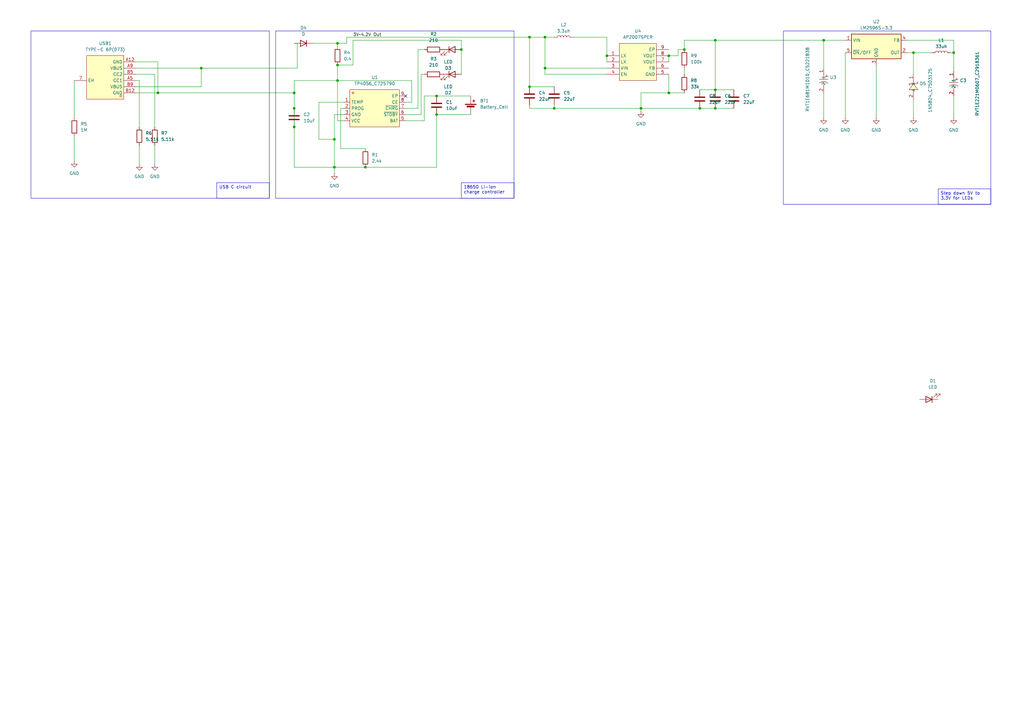
<source format=kicad_sch>
(kicad_sch (version 20231120) (generator "eeschema") (generator_version "8.0")
  (paper "A3")
  (lib_symbols
    (symbol "Device:Battery_Cell" (pin_numbers hide) (pin_names (offset 0) hide)
      (property "Reference" "BT" (at 2.54 2.54 0))
      (property "Value" "Battery_Cell" (at 2.54 0 0))
      (symbol "Battery_Cell_0_1"
        (rectangle (start -2.286 1.778) (end 2.286 1.524) (fill (type outline)))
        (rectangle (start -1.524 1.016) (end 1.524 0.508) (fill (type outline)))
        (polyline (pts (xy 0 0.762) (xy 0 0)))
        (polyline (pts (xy 0 1.778) (xy 0 2.54)))
        (polyline (pts (xy 0.762 3.048) (xy 1.778 3.048)) (stroke (width 0.254)))
        (polyline (pts (xy 1.27 3.556) (xy 1.27 2.54)) (stroke (width 0.254)))
      )
      (symbol "Battery_Cell_1_1"
        (pin passive line (at 0 5.08 270) (length 2.54) (name "+") (number "1"))
        (pin passive line (at 0 -2.54 90) (length 2.54) (name "-") (number "2"))
      )
    )
    (symbol "Device:C" (pin_numbers hide) (pin_names (offset 0.254))
      (property "Reference" "C" (at 0.635 2.54 0))
      (property "Value" "C" (at 0.635 -2.54 0))
      (symbol "C_0_1"
        (polyline (pts (xy -2.032 -0.762) (xy 2.032 -0.762)) (stroke (width 0.508)))
        (polyline (pts (xy -2.032 0.762) (xy 2.032 0.762)) (stroke (width 0.508)))
      )
      (symbol "C_1_1"
        (pin passive line (at 0 3.81 270) (length 2.794) (name "~") (number "1"))
        (pin passive line (at 0 -3.81 90) (length 2.794) (name "~") (number "2"))
      )
    )
    (symbol "Device:D" (pin_numbers hide) (pin_names (offset 1.016) hide)
      (property "Reference" "D" (at 0 2.54 0))
      (property "Value" "D" (at 0 -2.54 0))
      (symbol "D_0_1"
        (polyline (pts (xy -1.27 1.27) (xy -1.27 -1.27)) (stroke (width 0.254)))
        (polyline (pts (xy 1.27 0) (xy -1.27 0)))
        (polyline (pts (xy 1.27 1.27) (xy 1.27 -1.27) (xy -1.27 0) (xy 1.27 1.27)) (stroke (width 0.254)))
      )
      (symbol "D_1_1"
        (pin passive line (at -3.81 0 0) (length 2.54) (name "K") (number "1"))
        (pin passive line (at 3.81 0 180) (length 2.54) (name "A") (number "2"))
      )
    )
    (symbol "Device:L" (pin_numbers hide) (pin_names (offset 1.016) hide)
      (property "Reference" "L" (at -1.27 0 90))
      (property "Value" "L" (at 1.905 0 90))
      (symbol "L_0_1"
        (arc (start 0 -2.54) (mid 0.6323 -1.905) (end 0 -1.27))
        (arc (start 0 -1.27) (mid 0.6323 -0.635) (end 0 0))
        (arc (start 0 0) (mid 0.6323 0.635) (end 0 1.27))
        (arc (start 0 1.27) (mid 0.6323 1.905) (end 0 2.54))
      )
      (symbol "L_1_1"
        (pin passive line (at 0 3.81 270) (length 1.27) (name "1") (number "1"))
        (pin passive line (at 0 -3.81 90) (length 1.27) (name "2") (number "2"))
      )
    )
    (symbol "Device:LED" (pin_numbers hide) (pin_names (offset 1.016) hide)
      (property "Reference" "D" (at 0 2.54 0))
      (property "Value" "LED" (at 0 -2.54 0))
      (symbol "LED_0_1"
        (polyline (pts (xy -1.27 -1.27) (xy -1.27 1.27)) (stroke (width 0.254)))
        (polyline (pts (xy -1.27 0) (xy 1.27 0)))
        (polyline (pts (xy 1.27 -1.27) (xy 1.27 1.27) (xy -1.27 0) (xy 1.27 -1.27)) (stroke (width 0.254)))
        (polyline (pts (xy -3.048 -0.762) (xy -4.572 -2.286) (xy -3.81 -2.286) (xy -4.572 -2.286) (xy -4.572 -1.524)))
        (polyline (pts (xy -1.778 -0.762) (xy -3.302 -2.286) (xy -2.54 -2.286) (xy -3.302 -2.286) (xy -3.302 -1.524)))
      )
      (symbol "LED_1_1"
        (pin passive line (at -3.81 0 0) (length 2.54) (name "K") (number "1"))
        (pin passive line (at 3.81 0 180) (length 2.54) (name "A") (number "2"))
      )
    )
    (symbol "Device:R" (pin_numbers hide) (pin_names (offset 0))
      (property "Reference" "R" (at 2.032 0 90))
      (property "Value" "R" (at 0 0 90))
      (symbol "R_0_1"
        (rectangle (start -1.016 -2.54) (end 1.016 2.54) (stroke (width 0.254)))
      )
      (symbol "R_1_1"
        (pin passive line (at 0 3.81 270) (length 1.27) (name "~") (number "1"))
        (pin passive line (at 0 -3.81 90) (length 1.27) (name "~") (number "2"))
      )
    )
    (symbol "Regulator_Switching:LM2596S-3.3"
      (property "Reference" "U" (at -10.16 6.35 0))
      (property "Value" "LM2596S-3.3" (at 0 6.35 0))
      (symbol "LM2596S-3.3_0_1"
        (rectangle (start -10.16 5.08) (end 10.16 -5.08) (stroke (width 0.254)) (fill (type background)))
      )
      (symbol "LM2596S-3.3_1_1"
        (pin power_in line (at -12.7 2.54 0) (length 2.54) (name "VIN") (number "1"))
        (pin output line (at 12.7 -2.54 180) (length 2.54) (name "OUT") (number "2"))
        (pin power_in line (at 0 -7.62 90) (length 2.54) (name "GND") (number "3"))
        (pin input line (at 12.7 2.54 180) (length 2.54) (name "FB") (number "4"))
        (pin input line (at -12.7 -2.54 0) (length 2.54) (name "~{ON}/OFF") (number "5"))
      )
    )
    (symbol "easyeda2kicad:1N5824_C7503125"
      (property "Reference" "D" (at 0 5.08 0))
      (property "Value" "1N5824_C7503125" (at 0 -5.08 0))
      (symbol "1N5824_C7503125_0_1"
        (polyline (pts (xy -1.27 0) (xy -2.54 0)))
        (polyline (pts (xy 2.54 0) (xy 1.27 0)))
        (polyline (pts (xy 1.27 1.78) (xy -1.27 0) (xy 1.27 -1.78) (xy 1.27 1.78)) (fill (type background)))
        (polyline (pts (xy -1.78 1.27) (xy -1.78 1.78) (xy -1.27 1.78) (xy -1.27 -1.78) (xy -0.76 -1.78) (xy -0.76 -1.27)))
        (pin unspecified line (at -5.08 0 0) (length 2.54) (name "K") (number "1"))
        (pin unspecified line (at 5.08 0 180) (length 2.54) (name "A") (number "2"))
      )
    )
    (symbol "easyeda2kicad:AP2007SPER"
      (property "Reference" "U" (at 0 10.16 0))
      (property "Value" "AP2007SPER" (at 0 -10.16 0))
      (symbol "AP2007SPER_0_1"
        (rectangle (start -7.62 7.62) (end 7.62 -7.62) (fill (type background)))
        (pin unspecified line (at -12.7 2.54 0) (length 5.08) (name "LX") (number "1"))
        (pin unspecified line (at -12.7 0 0) (length 5.08) (name "LX") (number "2"))
        (pin unspecified line (at -12.7 -2.54 0) (length 5.08) (name "VIN") (number "3"))
        (pin unspecified line (at -12.7 -5.08 0) (length 5.08) (name "EN") (number "4"))
        (pin unspecified line (at 12.7 -5.08 180) (length 5.08) (name "GND") (number "5"))
        (pin unspecified line (at 12.7 -2.54 180) (length 5.08) (name "FB") (number "6"))
        (pin unspecified line (at 12.7 0 180) (length 5.08) (name "VOUT") (number "7"))
        (pin unspecified line (at 12.7 2.54 180) (length 5.08) (name "VOUT") (number "8"))
        (pin unspecified line (at 12.7 5.08 180) (length 5.08) (name "EP") (number "9"))
      )
    )
    (symbol "easyeda2kicad:RVT1E221M0607_C2918361"
      (property "Reference" "C" (at 0 5.08 0))
      (property "Value" "RVT1E221M0607_C2918361" (at 0 -5.08 0))
      (symbol "RVT1E221M0607_C2918361_0_1"
        (polyline (pts (xy -2.54 0) (xy -0.51 0)))
        (polyline (pts (xy -2.29 1.27) (xy -1.27 1.27)))
        (polyline (pts (xy -1.78 1.78) (xy -1.78 0.76)))
        (polyline (pts (xy -0.51 1.78) (xy -0.51 -1.78)))
        (polyline (pts (xy 0.51 0) (xy 2.54 0)))
        (arc (start 1.15 1.79) (mid 0.4221 0.024) (end 1.13 -1.75))
        (pin input line (at -5.08 0 0) (length 2.54) (name "1") (number "1"))
        (pin input line (at 5.08 0 180) (length 2.54) (name "2") (number "2"))
      )
    )
    (symbol "easyeda2kicad:RVT1E681M1010_C5221838"
      (property "Reference" "U" (at 0 5.08 0))
      (property "Value" "RVT1E681M1010_C5221838" (at 0 -5.08 0))
      (symbol "RVT1E681M1010_C5221838_0_1"
        (polyline (pts (xy -2.54 0) (xy -0.51 0)))
        (polyline (pts (xy -2.29 1.27) (xy -1.27 1.27)))
        (polyline (pts (xy -1.78 1.78) (xy -1.78 0.76)))
        (polyline (pts (xy -0.51 1.78) (xy -0.51 -1.78)))
        (polyline (pts (xy 0.51 0) (xy 2.54 0)))
        (arc (start 1.15 1.79) (mid 0.4221 0.024) (end 1.13 -1.75))
        (pin input line (at -5.08 0 0) (length 2.54) (name "1") (number "1"))
        (pin input line (at 5.08 0 180) (length 2.54) (name "2") (number "2"))
      )
    )
    (symbol "easyeda2kicad:TP4056_C725790"
      (property "Reference" "U" (at 0 10.16 0))
      (property "Value" "TP4056_C725790" (at 0 -10.16 0))
      (symbol "TP4056_C725790_0_1"
        (rectangle (start -10.16 7.62) (end 10.16 -7.62) (fill (type background)))
        (circle (center -8.89 6.35) (radius 0.38))
        (pin unspecified line (at -12.7 2.54 0) (length 2.54) (name "TEMP") (number "1"))
        (pin unspecified line (at -12.7 0 0) (length 2.54) (name "PROG") (number "2"))
        (pin unspecified line (at -12.7 -2.54 0) (length 2.54) (name "GND") (number "3"))
        (pin unspecified line (at -12.7 -5.08 0) (length 2.54) (name "VCC") (number "4"))
        (pin unspecified line (at 12.7 -5.08 180) (length 2.54) (name "BAT") (number "5"))
        (pin unspecified line (at 12.7 -2.54 180) (length 2.54) (name "~{STDBY}") (number "6"))
        (pin unspecified line (at 12.7 0 180) (length 2.54) (name "~{CHRG}") (number "7"))
        (pin unspecified line (at 12.7 2.54 180) (length 2.54) (name "CE") (number "8"))
        (pin unspecified line (at 12.7 5.08 180) (length 2.54) (name "EP") (number "9"))
      )
    )
    (symbol "easyeda2kicad:TYPE-C6P(073)"
      (property "Reference" "USB" (at 0 10.16 0))
      (property "Value" "TYPE-C 6P(073)" (at 0 -12.7 0))
      (symbol "TYPE-C6P(073)_0_1"
        (rectangle (start -7.62 7.62) (end 7.62 -10.16) (fill (type background)))
        (circle (center -6.35 6.35) (radius 0.38))
        (pin unspecified line (at 12.7 0 180) (length 5.08) (name "EH") (number "7"))
        (pin unspecified line (at -12.7 -7.62 0) (length 5.08) (name "GND") (number "A12"))
        (pin unspecified line (at -12.7 0 0) (length 5.08) (name "CC1") (number "A5"))
        (pin unspecified line (at -12.7 -5.08 0) (length 5.08) (name "VBUS") (number "A9"))
        (pin unspecified line (at -12.7 5.08 0) (length 5.08) (name "GND") (number "B12"))
        (pin unspecified line (at -12.7 -2.54 0) (length 5.08) (name "CC2") (number "B5"))
        (pin unspecified line (at -12.7 2.54 0) (length 5.08) (name "VBUS") (number "B9"))
      )
    )
    (symbol "power:GND" (power) (pin_numbers hide) (pin_names (offset 0) hide)
      (property "Value" "GND" (at 0 -3.81 0))
      (symbol "GND_0_1"
        (polyline (pts (xy 0 0) (xy 0 -1.27) (xy 1.27 -1.27) (xy 0 -2.54) (xy -1.27 -1.27) (xy 0 -1.27)))
      )
      (symbol "GND_1_1"
        (pin power_in line (at 0 0 270) (length 0) (name "~") (number "1"))
      )
    )
  )
  (junction (at 64.77 38.1))
  (junction (at 137.16 57.15))
  (junction (at 120.65 38.1))
  (junction (at 179.07 39.37))
  (junction (at 82.55 27.94))
  (junction (at 149.86 68.58))
  (junction (at 217.17 15.24))
  (junction (at 227.33 44.45))
  (junction (at 137.16 68.58))
  (junction (at 374.65 21.59))
  (junction (at 391.16 21.59))
  (junction (at 287.02 44.45))
  (junction (at 293.37 16.51))
  (junction (at 274.32 22.86))
  (junction (at 217.17 35.56))
  (junction (at 189.23 20.32))
  (junction (at 179.07 46.99))
  (junction (at 120.65 44.45))
  (junction (at 293.37 44.45))
  (junction (at 138.43 26.67))
  (junction (at 274.32 38.1))
  (junction (at 293.37 36.83))
  (junction (at 337.82 16.51))
  (junction (at 280.67 20.32))
  (junction (at 120.65 52.07))
  (junction (at 138.43 33.02))
  (junction (at 138.43 17.78))
  (junction (at 248.92 22.86))
  (junction (at 262.89 44.45))
  (junction (at 223.52 15.24))
  (junction (at 223.52 27.94))
  (no_connect (at 166.37 39.37))
  (wire (pts (xy 391.16 16.51) (xy 391.16 21.59)))
  (wire (pts (xy 139.7 44.45) (xy 139.7 60.96)))
  (wire (pts (xy 189.23 20.32) (xy 189.23 16.51)))
  (wire (pts (xy 372.11 16.51) (xy 391.16 16.51)))
  (wire (pts (xy 82.55 27.94) (xy 121.92 27.94)))
  (wire (pts (xy 372.11 21.59) (xy 374.65 21.59)))
  (wire (pts (xy 55.88 27.94) (xy 82.55 27.94)))
  (wire (pts (xy 166.37 44.45) (xy 171.45 44.45)))
  (wire (pts (xy 274.32 38.1) (xy 262.89 38.1)))
  (wire (pts (xy 144.78 26.67) (xy 138.43 26.67)))
  (wire (pts (xy 138.43 33.02) (xy 120.65 33.02)))
  (wire (pts (xy 140.97 44.45) (xy 139.7 44.45)))
  (wire (pts (xy 227.33 44.45) (xy 227.33 43.18)))
  (wire (pts (xy 189.23 16.51) (xy 144.78 16.51)))
  (wire (pts (xy 168.91 33.02) (xy 138.43 33.02)))
  (wire (pts (xy 391.16 29.21) (xy 391.16 21.59)))
  (wire (pts (xy 57.15 33.02) (xy 57.15 52.07)))
  (wire (pts (xy 193.04 39.37) (xy 179.07 39.37)))
  (wire (pts (xy 179.07 46.99) (xy 193.04 46.99)))
  (wire (pts (xy 142.24 17.78) (xy 142.24 15.24)))
  (wire (pts (xy 359.41 26.67) (xy 359.41 48.26)))
  (wire (pts (xy 391.16 21.59) (xy 389.89 21.59)))
  (wire (pts (xy 217.17 44.45) (xy 217.17 43.18)))
  (wire (pts (xy 64.77 38.1) (xy 120.65 38.1)))
  (wire (pts (xy 120.65 68.58) (xy 137.16 68.58)))
  (wire (pts (xy 55.88 25.4) (xy 64.77 25.4)))
  (wire (pts (xy 142.24 15.24) (xy 217.17 15.24)))
  (wire (pts (xy 63.5 30.48) (xy 63.5 52.07)))
  (wire (pts (xy 121.92 17.78) (xy 121.92 27.94)))
  (wire (pts (xy 55.88 35.56) (xy 82.55 35.56)))
  (wire (pts (xy 138.43 19.05) (xy 138.43 17.78)))
  (wire (pts (xy 166.37 41.91) (xy 168.91 41.91)))
  (wire (pts (xy 82.55 27.94) (xy 82.55 35.56)))
  (wire (pts (xy 120.65 44.45) (xy 120.65 52.07)))
  (wire (pts (xy 57.15 59.69) (xy 57.15 67.31)))
  (wire (pts (xy 189.23 20.32) (xy 189.23 30.48)))
  (wire (pts (xy 374.65 21.59) (xy 382.27 21.59)))
  (wire (pts (xy 179.07 46.99) (xy 179.07 68.58)))
  (wire (pts (xy 64.77 25.4) (xy 64.77 38.1)))
  (wire (pts (xy 274.32 22.86) (xy 278.13 22.86)))
  (wire (pts (xy 217.17 15.24) (xy 217.17 35.56)))
  (wire (pts (xy 120.65 38.1) (xy 120.65 44.45)))
  (wire (pts (xy 287.02 36.83) (xy 293.37 36.83)))
  (wire (pts (xy 142.24 17.78) (xy 138.43 17.78)))
  (wire (pts (xy 138.43 49.53) (xy 138.43 33.02)))
  (wire (pts (xy 248.92 22.86) (xy 248.92 15.24)))
  (wire (pts (xy 55.88 33.02) (xy 57.15 33.02)))
  (wire (pts (xy 172.72 30.48) (xy 173.99 30.48)))
  (wire (pts (xy 139.7 60.96) (xy 149.86 60.96)))
  (wire (pts (xy 227.33 15.24) (xy 223.52 15.24)))
  (wire (pts (xy 168.91 41.91) (xy 168.91 33.02)))
  (wire (pts (xy 179.07 68.58) (xy 149.86 68.58)))
  (wire (pts (xy 278.13 20.32) (xy 280.67 20.32)))
  (wire (pts (xy 337.82 16.51) (xy 337.82 27.94)))
  (wire (pts (xy 130.81 57.15) (xy 130.81 41.91)))
  (wire (pts (xy 248.92 22.86) (xy 248.92 25.4)))
  (wire (pts (xy 121.92 17.78) (xy 120.65 17.78)))
  (wire (pts (xy 248.92 27.94) (xy 223.52 27.94)))
  (wire (pts (xy 293.37 16.51) (xy 293.37 36.83)))
  (wire (pts (xy 130.81 57.15) (xy 137.16 57.15)))
  (wire (pts (xy 280.67 16.51) (xy 293.37 16.51)))
  (wire (pts (xy 120.65 52.07) (xy 120.65 68.58)))
  (wire (pts (xy 140.97 49.53) (xy 138.43 49.53)))
  (wire (pts (xy 217.17 15.24) (xy 223.52 15.24)))
  (wire (pts (xy 280.67 16.51) (xy 280.67 20.32)))
  (wire (pts (xy 179.07 39.37) (xy 173.99 39.37)))
  (wire (pts (xy 128.27 17.78) (xy 138.43 17.78)))
  (wire (pts (xy 346.71 21.59) (xy 346.71 48.26)))
  (wire (pts (xy 262.89 44.45) (xy 262.89 45.72)))
  (wire (pts (xy 262.89 44.45) (xy 287.02 44.45)))
  (wire (pts (xy 173.99 49.53) (xy 166.37 49.53)))
  (wire (pts (xy 274.32 22.86) (xy 274.32 25.4)))
  (wire (pts (xy 223.52 27.94) (xy 223.52 30.48)))
  (wire (pts (xy 293.37 36.83) (xy 300.99 36.83)))
  (wire (pts (xy 63.5 59.69) (xy 63.5 67.31)))
  (wire (pts (xy 144.78 16.51) (xy 144.78 26.67)))
  (wire (pts (xy 137.16 57.15) (xy 137.16 68.58)))
  (wire (pts (xy 337.82 16.51) (xy 346.71 16.51)))
  (wire (pts (xy 140.97 46.99) (xy 137.16 46.99)))
  (wire (pts (xy 262.89 38.1) (xy 262.89 44.45)))
  (wire (pts (xy 171.45 20.32) (xy 173.99 20.32)))
  (wire (pts (xy 173.99 39.37) (xy 173.99 49.53)))
  (wire (pts (xy 55.88 30.48) (xy 63.5 30.48)))
  (wire (pts (xy 149.86 68.58) (xy 137.16 68.58)))
  (wire (pts (xy 248.92 30.48) (xy 223.52 30.48)))
  (wire (pts (xy 30.48 55.88) (xy 30.48 66.04)))
  (wire (pts (xy 293.37 44.45) (xy 300.99 44.45)))
  (wire (pts (xy 130.81 41.91) (xy 140.97 41.91)))
  (wire (pts (xy 137.16 46.99) (xy 137.16 57.15)))
  (wire (pts (xy 374.65 40.64) (xy 374.65 48.26)))
  (wire (pts (xy 280.67 27.94) (xy 280.67 30.48)))
  (wire (pts (xy 55.88 38.1) (xy 64.77 38.1)))
  (wire (pts (xy 227.33 44.45) (xy 262.89 44.45)))
  (wire (pts (xy 223.52 15.24) (xy 223.52 27.94)))
  (wire (pts (xy 172.72 30.48) (xy 172.72 46.99)))
  (wire (pts (xy 278.13 22.86) (xy 278.13 20.32)))
  (wire (pts (xy 30.48 33.02) (xy 30.48 48.26)))
  (wire (pts (xy 120.65 33.02) (xy 120.65 38.1)))
  (wire (pts (xy 274.32 38.1) (xy 280.67 38.1)))
  (wire (pts (xy 137.16 68.58) (xy 137.16 71.12)))
  (wire (pts (xy 171.45 20.32) (xy 171.45 44.45)))
  (wire (pts (xy 274.32 30.48) (xy 274.32 38.1)))
  (wire (pts (xy 248.92 15.24) (xy 234.95 15.24)))
  (wire (pts (xy 138.43 33.02) (xy 138.43 26.67)))
  (wire (pts (xy 217.17 44.45) (xy 227.33 44.45)))
  (wire (pts (xy 337.82 38.1) (xy 337.82 48.26)))
  (wire (pts (xy 293.37 16.51) (xy 337.82 16.51)))
  (wire (pts (xy 391.16 39.37) (xy 391.16 48.26)))
  (wire (pts (xy 172.72 46.99) (xy 166.37 46.99)))
  (wire (pts (xy 287.02 44.45) (xy 293.37 44.45)))
  (wire (pts (xy 217.17 35.56) (xy 227.33 35.56)))
  (wire (pts (xy 374.65 21.59) (xy 374.65 30.48)))
  (rectangle (start 113.03 12.7) (end 210.82 81.28))
  (rectangle (start 321.31 12.7) (end 406.4 83.82))
  (rectangle (start 12.7 12.7) (end 110.49 81.28))
  (text_box "Step down 5V to 3.3V for LEDs" (at 384.81 77.47 0) (size 21.59 6.35) (effects (font (size 1.27 1.27)) (justify left top)))
  (text_box "18650 Li-ion charge controller" (at 189.23 74.93 0) (size 21.59 6.35) (effects (font (size 1.27 1.27)) (justify left top)))
  (text_box "USB C circuit" (at 88.9 74.93 0) (size 21.59 6.35) (effects (font (size 1.27 1.27)) (justify left top)))
  (label "3V~4.2V Out" (at 144.78 15.24 0))
  (symbol (lib_id "Device:Battery_Cell") (at 193.04 44.45 0) (unit 1)
    (property "Reference" "BT1" (at 196.85 41.3384 0) (effects (justify left)))
    (property "Value" "Battery_Cell" (at 196.85 43.8784 0) (effects (justify left)))
    (property "Description" "Single-cell battery" (effects (hide yes)))
  )
  (symbol (lib_id "easyeda2kicad:TYPE-C6P(073)") (at 43.18 33.02 180) (unit 1)
    (property "Reference" "USB1" (at 43.18 17.78 0))
    (property "Value" "TYPE-C 6P(073)" (at 43.18 20.32 0))
    (property "Footprint" "easyeda2kicad:TYPE-C-SMD_TYPE-C-6P_5" (effects (hide yes)))
    (property "Datasheet" "https://lcsc.com/product-detail/USB-Connectors_SHOU-HAN-TYPE-C-6P-073_C668623.html" (effects (hide yes)))
    (property "LCSC Part" "C668623" (effects (hide yes)))
  )
  (symbol (lib_id "Device:R") (at 280.67 24.13 0) (unit 1)
    (property "Reference" "R9" (at 283.21 22.8599 0) (effects (justify left)))
    (property "Value" "100k" (at 283.21 25.3999 0) (effects (justify left)))
    (property "Description" "Resistor" (effects (hide yes)))
  )
  (symbol (lib_id "Device:R") (at 57.15 55.88 0) (unit 1)
    (property "Reference" "R6" (at 59.69 54.6099 0) (effects (justify left)))
    (property "Value" "5.11k" (at 59.69 57.1499 0) (effects (justify left)))
    (property "Description" "Resistor" (effects (hide yes)))
  )
  (symbol (lib_id "Regulator_Switching:LM2596S-3.3") (at 359.41 19.05 0) (unit 1)
    (property "Reference" "U2" (at 359.41 8.89 0))
    (property "Value" "LM2596S-3.3" (at 359.41 11.43 0))
    (property "Footprint" "Package_TO_SOT_SMD:TO-263-5_TabPin3" (effects (hide yes)))
    (property "Datasheet" "http://www.ti.com/lit/ds/symlink/lm2596.pdf" (effects (hide yes)))
    (property "Description" "3.3V 3A Step-Down Voltage Regulator, TO-263" (effects (hide yes)))
  )
  (symbol (lib_id "Device:C") (at 120.65 48.26 0) (unit 1)
    (property "Reference" "C2" (at 124.46 46.9899 0) (effects (justify left)))
    (property "Value" "10uF" (at 124.46 49.5299 0) (effects (justify left)))
    (property "Description" "Unpolarized capacitor" (effects (hide yes)))
  )
  (symbol (lib_id "easyeda2kicad:TP4056_C725790") (at 153.67 44.45 0) (unit 1)
    (property "Reference" "U1" (at 153.67 31.75 0))
    (property "Value" "TP4056_C725790" (at 153.67 34.29 0))
    (property "Footprint" "easyeda2kicad:ESOP-8_L4.9-W3.9-P1.27-LS6.0-BL-EP" (effects (hide yes)))
    (property "Datasheet" "https://lcsc.com/product-detail/PMIC-Battery-Management_UMW-Youtai-Semiconductor-Co-Ltd-TP4056_C725790.html" (effects (hide yes)))
    (property "LCSC Part" "C725790" (effects (hide yes)))
  )
  (symbol (lib_id "easyeda2kicad:1N5824_C7503125") (at 374.65 35.56 270) (unit 1)
    (property "Reference" "D5" (at 377.19 34.2899 90) (effects (justify left)))
    (property "Value" "1N5824_C7503125" (at 381.508 27.94 0) (effects (justify left)))
    (property "Footprint" "easyeda2kicad:DO-27_BD5.3-L8.4-P12.40-D1.3-RD" (effects (hide yes)))
    (property "LCSC Part" "C7503125" (effects (hide yes)))
  )
  (symbol (lib_id "power:GND") (at 57.15 67.31 0) (unit 1)
    (property "Reference" "#PWR03" (effects (hide yes)))
    (property "Value" "GND" (at 57.15 72.39 0))
    (property "Description" "Power symbol creates a global label with name \"GND\" , ground" (effects (hide yes)))
  )
  (symbol (lib_id "power:GND") (at 374.65 48.26 0) (unit 1)
    (property "Reference" "#PWR09" (effects (hide yes)))
    (property "Value" "GND" (at 374.65 53.34 0))
    (property "Description" "Power symbol creates a global label with name \"GND\" , ground" (effects (hide yes)))
  )
  (symbol (lib_id "power:GND") (at 337.82 48.26 0) (unit 1)
    (property "Reference" "#PWR05" (effects (hide yes)))
    (property "Value" "GND" (at 337.82 53.34 0))
    (property "Description" "Power symbol creates a global label with name \"GND\" , ground" (effects (hide yes)))
  )
  (symbol (lib_id "power:GND") (at 63.5 67.31 0) (unit 1)
    (property "Reference" "#PWR04" (effects (hide yes)))
    (property "Value" "GND" (at 63.5 72.39 0))
    (property "Description" "Power symbol creates a global label with name \"GND\" , ground" (effects (hide yes)))
  )
  (symbol (lib_id "Device:R") (at 63.5 55.88 0) (unit 1)
    (property "Reference" "R7" (at 66.04 54.6099 0) (effects (justify left)))
    (property "Value" "5.11k" (at 66.04 57.1499 0) (effects (justify left)))
    (property "Description" "Resistor" (effects (hide yes)))
  )
  (symbol (lib_id "Device:LED") (at 185.42 20.32 0) (unit 1)
    (property "Reference" "D3" (at 183.8325 27.94 0))
    (property "Value" "LED" (at 183.8325 25.4 0))
    (property "Footprint" "LED_SMD:LED_0603_1608Metric" (effects (hide yes)))
    (property "Description" "Red Light emitting diode" (effects (hide yes)))
    (property "LCSC" "C84263" (effects (hide yes)))
  )
  (symbol (lib_id "Device:C") (at 217.17 39.37 0) (unit 1)
    (property "Reference" "C4" (at 220.98 38.0999 0) (effects (justify left)))
    (property "Value" "22uF" (at 220.98 40.6399 0) (effects (justify left)))
    (property "Description" "Unpolarized capacitor" (effects (hide yes)))
  )
  (symbol (lib_id "easyeda2kicad:RVT1E221M0607_C2918361") (at 391.16 34.29 270) (unit 1)
    (property "Reference" "C3" (at 393.7 33.0199 90) (effects (justify left)))
    (property "Value" "RVT1E221M0607_C2918361" (at 400.812 21.082 0) (effects (justify left)))
    (property "Footprint" "easyeda2kicad:CAP-SMD_BD6.3-L6.6-W6.6-LS7.4-FD" (effects (hide yes)))
    (property "LCSC Part" "C2918361" (effects (hide yes)))
  )
  (symbol (lib_id "Device:C") (at 293.37 40.64 0) (unit 1)
    (property "Reference" "C6" (at 297.18 39.3699 0) (effects (justify left)))
    (property "Value" "22uF" (at 297.18 41.9099 0) (effects (justify left)))
    (property "Description" "Unpolarized capacitor" (effects (hide yes)))
  )
  (symbol (lib_id "easyeda2kicad:AP2007SPER") (at 261.62 25.4 0) (unit 1)
    (property "Reference" "U4" (at 261.62 12.7 0))
    (property "Value" "AP2007SPER" (at 261.62 15.24 0))
    (property "Footprint" "easyeda2kicad:ESOP-8_L4.9-W3.9-P1.27-LS6.0-BL-EP" (effects (hide yes)))
    (property "Datasheet" "https://lcsc.com/product-detail/DC-DC-Converters_AP2007SPER_C130338.html" (effects (hide yes)))
    (property "LCSC Part" "C130338" (effects (hide yes)))
  )
  (symbol (lib_id "Device:C") (at 287.02 40.64 0) (unit 1)
    (property "Reference" "C8" (at 290.83 39.3699 0) (effects (justify left)))
    (property "Value" "22uF" (at 290.83 41.9099 0) (effects (justify left)))
    (property "Description" "Unpolarized capacitor" (effects (hide yes)))
  )
  (symbol (lib_id "Device:R") (at 280.67 34.29 0) (unit 1)
    (property "Reference" "R8" (at 283.21 33.0199 0) (effects (justify left)))
    (property "Value" "33k" (at 283.21 35.5599 0) (effects (justify left)))
    (property "Description" "Resistor" (effects (hide yes)))
  )
  (symbol (lib_id "Device:LED") (at 185.42 30.48 0) (unit 1)
    (property "Reference" "D2" (at 183.8325 38.1 0))
    (property "Value" "LED" (at 183.8325 35.56 0))
    (property "Footprint" "LED_SMD:LED_0603_1608Metric" (effects (hide yes)))
    (property "Description" "Green Light emitting diode" (effects (hide yes)))
    (property "LCSC" "C22371297" (effects (hide yes)))
  )
  (symbol (lib_id "power:GND") (at 359.41 48.26 0) (unit 1)
    (property "Reference" "#PWR07" (effects (hide yes)))
    (property "Value" "GND" (at 359.41 53.34 0))
    (property "Description" "Power symbol creates a global label with name \"GND\" , ground" (effects (hide yes)))
  )
  (symbol (lib_id "Device:R") (at 149.86 64.77 0) (unit 1)
    (property "Reference" "R1" (at 152.4 63.4999 0) (effects (justify left)))
    (property "Value" "2.4k" (at 152.4 66.0399 0) (effects (justify left)))
    (property "Description" "Resistor" (effects (hide yes)))
  )
  (symbol (lib_id "Device:D") (at 124.46 17.78 180) (unit 1)
    (property "Reference" "D4" (at 124.46 11.43 0))
    (property "Value" "D" (at 124.46 13.97 0))
    (property "Description" "Diode" (effects (hide yes)))
    (property "Sim.Device" "D" (effects (hide yes)))
    (property "Sim.Pins" "1=K 2=A" (effects (hide yes)))
  )
  (symbol (lib_id "Device:L") (at 231.14 15.24 90) (unit 1)
    (property "Reference" "L2" (at 231.14 10.16 90))
    (property "Value" "3.3uh" (at 231.14 12.7 90))
    (property "Description" "Inductor" (effects (hide yes)))
  )
  (symbol (lib_id "Device:C") (at 227.33 39.37 0) (unit 1)
    (property "Reference" "C5" (at 231.14 38.0999 0) (effects (justify left)))
    (property "Value" "22uF" (at 231.14 40.6399 0) (effects (justify left)))
    (property "Description" "Unpolarized capacitor" (effects (hide yes)))
  )
  (symbol (lib_id "Device:R") (at 138.43 22.86 0) (unit 1)
    (property "Reference" "R4" (at 140.97 21.5899 0) (effects (justify left)))
    (property "Value" "0.4" (at 140.97 24.1299 0) (effects (justify left)))
    (property "Description" "Resistor" (effects (hide yes)))
  )
  (symbol (lib_id "power:GND") (at 30.48 66.04 0) (unit 1)
    (property "Reference" "#PWR02" (effects (hide yes)))
    (property "Value" "GND" (at 30.48 71.12 0))
    (property "Description" "Power symbol creates a global label with name \"GND\" , ground" (effects (hide yes)))
  )
  (symbol (lib_id "power:GND") (at 137.16 71.12 0) (unit 1)
    (property "Reference" "#PWR01" (effects (hide yes)))
    (property "Value" "GND" (at 137.16 76.2 0))
    (property "Description" "Power symbol creates a global label with name \"GND\" , ground" (effects (hide yes)))
  )
  (symbol (lib_id "Device:LED") (at 381 163.83 180) (unit 1)
    (property "Reference" "D1" (at 382.5875 156.21 0))
    (property "Value" "LED" (at 382.5875 158.75 0))
    (property "Footprint" "LED_SMD:LED_PLCC_2835" (effects (hide yes)))
    (property "Description" "Light emitting diode" (effects (hide yes)))
    (property "LCSC" "C7423443" (effects (hide yes)))
  )
  (symbol (lib_id "Device:R") (at 177.8 20.32 270) (unit 1)
    (property "Reference" "R2" (at 177.8 13.97 90))
    (property "Value" "210" (at 177.8 16.51 90))
    (property "Description" "Resistor" (effects (hide yes)))
  )
  (symbol (lib_id "Device:C") (at 179.07 43.18 0) (unit 1)
    (property "Reference" "C1" (at 182.88 41.9099 0) (effects (justify left)))
    (property "Value" "10uF" (at 182.88 44.4499 0) (effects (justify left)))
    (property "Description" "Unpolarized capacitor" (effects (hide yes)))
  )
  (symbol (lib_id "Device:R") (at 177.8 30.48 270) (unit 1)
    (property "Reference" "R3" (at 177.8 24.13 90))
    (property "Value" "210" (at 177.8 26.67 90))
    (property "Description" "Resistor" (effects (hide yes)))
  )
  (symbol (lib_id "easyeda2kicad:RVT1E681M1010_C5221838") (at 337.82 33.02 270) (unit 1)
    (property "Reference" "U3" (at 340.36 31.7499 90) (effects (justify left)))
    (property "Value" "RVT1E681M1010_C5221838" (at 331.216 19.304 0) (effects (justify left)))
    (property "Footprint" "easyeda2kicad:CAP-SMD_BD10.0-L10.3-W10.3-LS11.6-FD" (effects (hide yes)))
    (property "LCSC Part" "C5221838" (effects (hide yes)))
  )
  (symbol (lib_id "power:GND") (at 391.16 48.26 0) (unit 1)
    (property "Reference" "#PWR08" (effects (hide yes)))
    (property "Value" "GND" (at 391.16 53.34 0))
    (property "Description" "Power symbol creates a global label with name \"GND\" , ground" (effects (hide yes)))
  )
  (symbol (lib_id "power:GND") (at 346.71 48.26 0) (unit 1)
    (property "Reference" "#PWR06" (effects (hide yes)))
    (property "Value" "GND" (at 346.71 53.34 0))
    (property "Description" "Power symbol creates a global label with name \"GND\" , ground" (effects (hide yes)))
  )
  (symbol (lib_id "Device:L") (at 386.08 21.59 90) (unit 1)
    (property "Reference" "L1" (at 386.08 16.51 90))
    (property "Value" "33uh" (at 386.08 19.05 90))
    (property "Description" "Inductor" (effects (hide yes)))
  )
  (symbol (lib_id "power:GND") (at 262.89 45.72 0) (unit 1)
    (property "Reference" "#PWR010" (effects (hide yes)))
    (property "Value" "GND" (at 262.89 50.8 0))
    (property "Description" "Power symbol creates a global label with name \"GND\" , ground" (effects (hide yes)))
  )
  (symbol (lib_id "Device:C") (at 300.99 40.64 0) (unit 1)
    (property "Reference" "C7" (at 304.8 39.3699 0) (effects (justify left)))
    (property "Value" "22uF" (at 304.8 41.9099 0) (effects (justify left)))
    (property "Description" "Unpolarized capacitor" (effects (hide yes)))
  )
  (symbol (lib_id "Device:R") (at 30.48 52.07 0) (unit 1)
    (property "Reference" "R5" (at 33.02 50.7999 0) (effects (justify left)))
    (property "Value" "1M" (at 33.02 53.3399 0) (effects (justify left)))
    (property "Footprint" "LED_SMD:LED_0805_2012Metric" (effects (hide yes)))
    (property "Description" "Resistor" (effects (hide yes)))
  )
)
</source>
